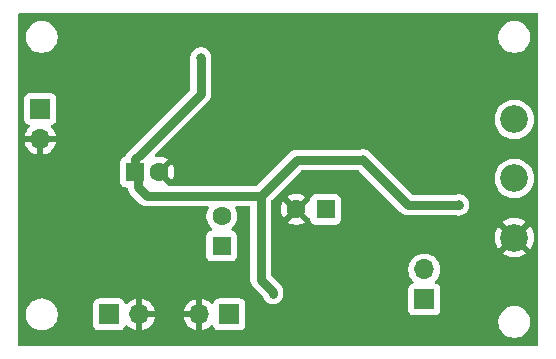
<source format=gbl>
G04 #@! TF.GenerationSoftware,KiCad,Pcbnew,9.0.0-9.0.0-2~ubuntu24.04.1*
G04 #@! TF.CreationDate,2025-03-29T11:09:28-07:00*
G04 #@! TF.ProjectId,aud_chain2,6175645f-6368-4616-996e-322e6b696361,rev?*
G04 #@! TF.SameCoordinates,Original*
G04 #@! TF.FileFunction,Copper,L2,Bot*
G04 #@! TF.FilePolarity,Positive*
%FSLAX46Y46*%
G04 Gerber Fmt 4.6, Leading zero omitted, Abs format (unit mm)*
G04 Created by KiCad (PCBNEW 9.0.0-9.0.0-2~ubuntu24.04.1) date 2025-03-29 11:09:28*
%MOMM*%
%LPD*%
G01*
G04 APERTURE LIST*
G04 #@! TA.AperFunction,ComponentPad*
%ADD10R,1.600000X1.600000*%
G04 #@! TD*
G04 #@! TA.AperFunction,ComponentPad*
%ADD11C,1.600000*%
G04 #@! TD*
G04 #@! TA.AperFunction,ComponentPad*
%ADD12C,2.340000*%
G04 #@! TD*
G04 #@! TA.AperFunction,ComponentPad*
%ADD13R,1.700000X1.700000*%
G04 #@! TD*
G04 #@! TA.AperFunction,ComponentPad*
%ADD14O,1.700000X1.700000*%
G04 #@! TD*
G04 #@! TA.AperFunction,ViaPad*
%ADD15C,0.800000*%
G04 #@! TD*
G04 #@! TA.AperFunction,Conductor*
%ADD16C,0.750000*%
G04 #@! TD*
G04 APERTURE END LIST*
D10*
X77382380Y-144145000D03*
D11*
X74882380Y-144145000D03*
D12*
X93345000Y-146525000D03*
X93345000Y-141525000D03*
X93345000Y-136525000D03*
D13*
X85725000Y-151770000D03*
D14*
X85725000Y-149230000D03*
D13*
X53213000Y-135631000D03*
D14*
X53213000Y-138171000D03*
D10*
X68580000Y-147232380D03*
D11*
X68580000Y-144732380D03*
D10*
X61274888Y-140970000D03*
D11*
X63274888Y-140970000D03*
D13*
X59050000Y-153035000D03*
D14*
X61590000Y-153035000D03*
D13*
X69220000Y-153035000D03*
D14*
X66680000Y-153035000D03*
D15*
X82296000Y-134620000D03*
X72898000Y-129032000D03*
X73914000Y-132080000D03*
X88646000Y-131826000D03*
X64008000Y-150114000D03*
X85090000Y-132080000D03*
X52832000Y-144780000D03*
X57912000Y-148590000D03*
X85090000Y-130810000D03*
X59436000Y-146812000D03*
X59182000Y-128270000D03*
X82296000Y-132588000D03*
X70358000Y-140716000D03*
X73152000Y-153670000D03*
X71882000Y-139446000D03*
X60452000Y-148590000D03*
X65024000Y-148590000D03*
X81788000Y-144272000D03*
X68580000Y-139446000D03*
X74930000Y-154686000D03*
X80518000Y-143256000D03*
X71755000Y-128905000D03*
X58928000Y-130810000D03*
X85090000Y-129540000D03*
X73660000Y-129540000D03*
X76962000Y-153670000D03*
X59182000Y-150368000D03*
X52832000Y-147447000D03*
X88646000Y-143764000D03*
X66802000Y-131318000D03*
X80518000Y-139954000D03*
X72898000Y-151130000D03*
D16*
X74930000Y-139954000D02*
X80518000Y-139954000D01*
X71882000Y-150114000D02*
X72898000Y-151130000D01*
X62230000Y-143002000D02*
X71882000Y-143002000D01*
X71882000Y-143002000D02*
X74930000Y-139954000D01*
X61468000Y-142240000D02*
X62230000Y-143002000D01*
X61274888Y-140970000D02*
X61274888Y-139893112D01*
X71882000Y-143002000D02*
X71882000Y-150114000D01*
X61274888Y-139893112D02*
X61722000Y-139446000D01*
X72898000Y-151130000D02*
X72898000Y-151279170D01*
X84328000Y-143764000D02*
X88646000Y-143764000D01*
X80518000Y-139954000D02*
X84328000Y-143764000D01*
X61274888Y-140970000D02*
X61468000Y-141163112D01*
X66802000Y-134366000D02*
X66802000Y-131318000D01*
X61468000Y-141163112D02*
X61468000Y-142240000D01*
X61722000Y-139446000D02*
X66802000Y-134366000D01*
G04 #@! TA.AperFunction,Conductor*
G36*
X95327539Y-127520185D02*
G01*
X95373294Y-127572989D01*
X95384500Y-127624500D01*
X95384500Y-155585500D01*
X95364815Y-155652539D01*
X95312011Y-155698294D01*
X95260500Y-155709500D01*
X51424500Y-155709500D01*
X51357461Y-155689815D01*
X51311706Y-155637011D01*
X51300500Y-155585500D01*
X51300500Y-152928713D01*
X51989500Y-152928713D01*
X51989500Y-153141286D01*
X52022753Y-153351239D01*
X52088444Y-153553414D01*
X52184951Y-153742820D01*
X52309890Y-153914786D01*
X52460213Y-154065109D01*
X52632179Y-154190048D01*
X52632181Y-154190049D01*
X52632184Y-154190051D01*
X52821588Y-154286557D01*
X53023757Y-154352246D01*
X53233713Y-154385500D01*
X53233714Y-154385500D01*
X53446286Y-154385500D01*
X53446287Y-154385500D01*
X53656243Y-154352246D01*
X53858412Y-154286557D01*
X54047816Y-154190051D01*
X54134138Y-154127335D01*
X54219786Y-154065109D01*
X54219788Y-154065106D01*
X54219792Y-154065104D01*
X54370104Y-153914792D01*
X54370106Y-153914788D01*
X54370109Y-153914786D01*
X54495048Y-153742820D01*
X54495047Y-153742820D01*
X54495051Y-153742816D01*
X54591557Y-153553412D01*
X54657246Y-153351243D01*
X54690500Y-153141287D01*
X54690500Y-152928713D01*
X54657246Y-152718757D01*
X54591557Y-152516588D01*
X54495051Y-152327184D01*
X54370104Y-152155208D01*
X54352031Y-152137135D01*
X57699500Y-152137135D01*
X57699500Y-153932870D01*
X57699501Y-153932876D01*
X57705908Y-153992483D01*
X57756202Y-154127328D01*
X57756206Y-154127335D01*
X57842452Y-154242544D01*
X57842455Y-154242547D01*
X57957664Y-154328793D01*
X57957671Y-154328797D01*
X58092517Y-154379091D01*
X58092516Y-154379091D01*
X58099444Y-154379835D01*
X58152127Y-154385500D01*
X59947872Y-154385499D01*
X60007483Y-154379091D01*
X60142331Y-154328796D01*
X60257546Y-154242546D01*
X60343796Y-154127331D01*
X60393002Y-153995401D01*
X60434872Y-153939468D01*
X60500337Y-153915050D01*
X60568610Y-153929901D01*
X60596865Y-153951053D01*
X60710535Y-154064723D01*
X60710540Y-154064727D01*
X60882442Y-154189620D01*
X61071782Y-154286095D01*
X61273871Y-154351757D01*
X61340000Y-154362231D01*
X61340000Y-153468012D01*
X61397007Y-153500925D01*
X61524174Y-153535000D01*
X61655826Y-153535000D01*
X61782993Y-153500925D01*
X61840000Y-153468012D01*
X61840000Y-154362230D01*
X61906126Y-154351757D01*
X61906129Y-154351757D01*
X62108217Y-154286095D01*
X62297557Y-154189620D01*
X62469459Y-154064727D01*
X62469464Y-154064723D01*
X62619723Y-153914464D01*
X62619727Y-153914459D01*
X62744620Y-153742557D01*
X62841095Y-153553217D01*
X62906757Y-153351129D01*
X62906757Y-153351126D01*
X62917231Y-153285000D01*
X62023012Y-153285000D01*
X62055925Y-153227993D01*
X62090000Y-153100826D01*
X62090000Y-152969174D01*
X62055925Y-152842007D01*
X62023012Y-152785000D01*
X62917231Y-152785000D01*
X65352769Y-152785000D01*
X66246988Y-152785000D01*
X66214075Y-152842007D01*
X66180000Y-152969174D01*
X66180000Y-153100826D01*
X66214075Y-153227993D01*
X66246988Y-153285000D01*
X65352769Y-153285000D01*
X65363242Y-153351126D01*
X65363242Y-153351129D01*
X65428904Y-153553217D01*
X65525379Y-153742557D01*
X65650272Y-153914459D01*
X65650276Y-153914464D01*
X65800535Y-154064723D01*
X65800540Y-154064727D01*
X65972442Y-154189620D01*
X66161782Y-154286095D01*
X66363871Y-154351757D01*
X66430000Y-154362231D01*
X66430000Y-153468012D01*
X66487007Y-153500925D01*
X66614174Y-153535000D01*
X66745826Y-153535000D01*
X66872993Y-153500925D01*
X66930000Y-153468012D01*
X66930000Y-154362230D01*
X66996126Y-154351757D01*
X66996129Y-154351757D01*
X67198217Y-154286095D01*
X67387557Y-154189620D01*
X67559458Y-154064728D01*
X67673133Y-153951053D01*
X67734456Y-153917568D01*
X67804148Y-153922552D01*
X67860082Y-153964423D01*
X67876997Y-153995401D01*
X67926202Y-154127328D01*
X67926206Y-154127335D01*
X68012452Y-154242544D01*
X68012455Y-154242547D01*
X68127664Y-154328793D01*
X68127671Y-154328797D01*
X68262517Y-154379091D01*
X68262516Y-154379091D01*
X68269444Y-154379835D01*
X68322127Y-154385500D01*
X70117872Y-154385499D01*
X70177483Y-154379091D01*
X70312331Y-154328796D01*
X70427546Y-154242546D01*
X70513796Y-154127331D01*
X70564091Y-153992483D01*
X70570500Y-153932873D01*
X70570500Y-153563713D01*
X91994500Y-153563713D01*
X91994500Y-153776286D01*
X92020345Y-153939468D01*
X92027754Y-153986243D01*
X92073596Y-154127331D01*
X92093444Y-154188414D01*
X92189951Y-154377820D01*
X92314890Y-154549786D01*
X92465213Y-154700109D01*
X92637179Y-154825048D01*
X92637181Y-154825049D01*
X92637184Y-154825051D01*
X92826588Y-154921557D01*
X93028757Y-154987246D01*
X93238713Y-155020500D01*
X93238714Y-155020500D01*
X93451286Y-155020500D01*
X93451287Y-155020500D01*
X93661243Y-154987246D01*
X93863412Y-154921557D01*
X94052816Y-154825051D01*
X94074789Y-154809086D01*
X94224786Y-154700109D01*
X94224788Y-154700106D01*
X94224792Y-154700104D01*
X94375104Y-154549792D01*
X94375106Y-154549788D01*
X94375109Y-154549786D01*
X94500048Y-154377820D01*
X94500047Y-154377820D01*
X94500051Y-154377816D01*
X94596557Y-154188412D01*
X94662246Y-153986243D01*
X94695500Y-153776287D01*
X94695500Y-153563713D01*
X94662246Y-153353757D01*
X94596557Y-153151588D01*
X94500051Y-152962184D01*
X94500049Y-152962181D01*
X94500048Y-152962179D01*
X94375109Y-152790213D01*
X94224786Y-152639890D01*
X94052820Y-152514951D01*
X93863414Y-152418444D01*
X93863413Y-152418443D01*
X93863412Y-152418443D01*
X93661243Y-152352754D01*
X93661241Y-152352753D01*
X93661240Y-152352753D01*
X93499770Y-152327179D01*
X93451287Y-152319500D01*
X93238713Y-152319500D01*
X93190230Y-152327179D01*
X93028760Y-152352753D01*
X92826585Y-152418444D01*
X92637179Y-152514951D01*
X92465213Y-152639890D01*
X92314890Y-152790213D01*
X92189951Y-152962179D01*
X92093444Y-153151585D01*
X92027753Y-153353760D01*
X91994500Y-153563713D01*
X70570500Y-153563713D01*
X70570499Y-152977547D01*
X70570499Y-152137129D01*
X70570498Y-152137123D01*
X70570497Y-152137116D01*
X70564091Y-152077517D01*
X70563002Y-152074598D01*
X70513797Y-151942671D01*
X70513793Y-151942664D01*
X70427547Y-151827455D01*
X70427544Y-151827452D01*
X70312335Y-151741206D01*
X70312328Y-151741202D01*
X70177482Y-151690908D01*
X70177483Y-151690908D01*
X70117883Y-151684501D01*
X70117881Y-151684500D01*
X70117873Y-151684500D01*
X70117864Y-151684500D01*
X68322129Y-151684500D01*
X68322123Y-151684501D01*
X68262516Y-151690908D01*
X68127671Y-151741202D01*
X68127664Y-151741206D01*
X68012455Y-151827452D01*
X68012452Y-151827455D01*
X67926206Y-151942664D01*
X67926202Y-151942671D01*
X67876997Y-152074598D01*
X67835126Y-152130532D01*
X67769661Y-152154949D01*
X67701388Y-152140097D01*
X67673134Y-152118946D01*
X67559464Y-152005276D01*
X67559459Y-152005272D01*
X67387557Y-151880379D01*
X67198215Y-151783903D01*
X66996124Y-151718241D01*
X66930000Y-151707768D01*
X66930000Y-152601988D01*
X66872993Y-152569075D01*
X66745826Y-152535000D01*
X66614174Y-152535000D01*
X66487007Y-152569075D01*
X66430000Y-152601988D01*
X66430000Y-151707768D01*
X66429999Y-151707768D01*
X66363875Y-151718241D01*
X66161784Y-151783903D01*
X65972442Y-151880379D01*
X65800540Y-152005272D01*
X65800535Y-152005276D01*
X65650276Y-152155535D01*
X65650272Y-152155540D01*
X65525379Y-152327442D01*
X65428904Y-152516782D01*
X65363242Y-152718870D01*
X65363242Y-152718873D01*
X65352769Y-152785000D01*
X62917231Y-152785000D01*
X62906757Y-152718873D01*
X62906757Y-152718870D01*
X62841095Y-152516782D01*
X62744620Y-152327442D01*
X62619727Y-152155540D01*
X62619723Y-152155535D01*
X62469464Y-152005276D01*
X62469459Y-152005272D01*
X62297557Y-151880379D01*
X62108215Y-151783903D01*
X61906124Y-151718241D01*
X61840000Y-151707768D01*
X61840000Y-152601988D01*
X61782993Y-152569075D01*
X61655826Y-152535000D01*
X61524174Y-152535000D01*
X61397007Y-152569075D01*
X61340000Y-152601988D01*
X61340000Y-151707768D01*
X61339999Y-151707768D01*
X61273875Y-151718241D01*
X61071784Y-151783903D01*
X60882442Y-151880379D01*
X60710541Y-152005271D01*
X60596865Y-152118947D01*
X60535542Y-152152431D01*
X60465850Y-152147447D01*
X60409917Y-152105575D01*
X60393002Y-152074598D01*
X60385701Y-152055024D01*
X60343796Y-151942669D01*
X60343795Y-151942668D01*
X60343793Y-151942664D01*
X60257547Y-151827455D01*
X60257544Y-151827452D01*
X60142335Y-151741206D01*
X60142328Y-151741202D01*
X60007482Y-151690908D01*
X60007483Y-151690908D01*
X59947883Y-151684501D01*
X59947881Y-151684500D01*
X59947873Y-151684500D01*
X59947864Y-151684500D01*
X58152129Y-151684500D01*
X58152123Y-151684501D01*
X58092516Y-151690908D01*
X57957671Y-151741202D01*
X57957664Y-151741206D01*
X57842455Y-151827452D01*
X57842452Y-151827455D01*
X57756206Y-151942664D01*
X57756202Y-151942671D01*
X57705908Y-152077517D01*
X57701231Y-152121023D01*
X57699501Y-152137123D01*
X57699500Y-152137135D01*
X54352031Y-152137135D01*
X54219792Y-152004896D01*
X54219786Y-152004890D01*
X54047820Y-151879951D01*
X53858414Y-151783444D01*
X53858413Y-151783443D01*
X53858412Y-151783443D01*
X53656243Y-151717754D01*
X53656241Y-151717753D01*
X53656240Y-151717753D01*
X53494957Y-151692208D01*
X53446287Y-151684500D01*
X53233713Y-151684500D01*
X53185042Y-151692208D01*
X53023760Y-151717753D01*
X52821585Y-151783444D01*
X52632179Y-151879951D01*
X52460213Y-152004890D01*
X52309890Y-152155213D01*
X52184951Y-152327179D01*
X52088444Y-152516585D01*
X52022753Y-152718760D01*
X51989500Y-152928713D01*
X51300500Y-152928713D01*
X51300500Y-140122135D01*
X59974388Y-140122135D01*
X59974388Y-141817870D01*
X59974389Y-141817876D01*
X59980796Y-141877483D01*
X60031090Y-142012328D01*
X60031094Y-142012335D01*
X60117340Y-142127544D01*
X60117343Y-142127547D01*
X60232552Y-142213793D01*
X60232559Y-142213797D01*
X60277506Y-142230561D01*
X60367405Y-142264091D01*
X60427015Y-142270500D01*
X60479650Y-142270499D01*
X60546688Y-142290182D01*
X60592443Y-142342986D01*
X60601267Y-142370308D01*
X60626143Y-142495366D01*
X60626146Y-142495378D01*
X60692138Y-142654698D01*
X60692145Y-142654711D01*
X60787954Y-142798098D01*
X60787957Y-142798102D01*
X61671897Y-143682042D01*
X61671901Y-143682045D01*
X61815288Y-143777854D01*
X61815301Y-143777861D01*
X61966724Y-143840582D01*
X61974626Y-143843855D01*
X62143766Y-143877499D01*
X62143769Y-143877500D01*
X62143771Y-143877500D01*
X62316229Y-143877500D01*
X67353649Y-143877500D01*
X67420688Y-143897185D01*
X67466443Y-143949989D01*
X67476387Y-144019147D01*
X67464134Y-144057795D01*
X67374781Y-144233156D01*
X67311522Y-144427845D01*
X67279500Y-144630028D01*
X67279500Y-144834731D01*
X67311522Y-145036914D01*
X67374781Y-145231603D01*
X67434984Y-145349755D01*
X67467203Y-145412990D01*
X67467715Y-145413993D01*
X67588028Y-145579593D01*
X67736226Y-145727791D01*
X67734778Y-145729238D01*
X67768259Y-145780563D01*
X67768734Y-145850431D01*
X67731361Y-145909465D01*
X67678043Y-145936982D01*
X67672522Y-145938286D01*
X67537671Y-145988582D01*
X67537664Y-145988586D01*
X67422455Y-146074832D01*
X67422452Y-146074835D01*
X67336206Y-146190044D01*
X67336202Y-146190051D01*
X67285908Y-146324897D01*
X67279501Y-146384496D01*
X67279501Y-146384503D01*
X67279500Y-146384515D01*
X67279500Y-148080250D01*
X67279501Y-148080256D01*
X67285908Y-148139863D01*
X67336202Y-148274708D01*
X67336206Y-148274715D01*
X67422452Y-148389924D01*
X67422455Y-148389927D01*
X67537664Y-148476173D01*
X67537671Y-148476177D01*
X67672517Y-148526471D01*
X67672516Y-148526471D01*
X67679444Y-148527215D01*
X67732127Y-148532880D01*
X69427872Y-148532879D01*
X69487483Y-148526471D01*
X69622331Y-148476176D01*
X69737546Y-148389926D01*
X69823796Y-148274711D01*
X69874091Y-148139863D01*
X69880500Y-148080253D01*
X69880499Y-146384508D01*
X69874091Y-146324897D01*
X69823796Y-146190049D01*
X69823795Y-146190048D01*
X69823793Y-146190044D01*
X69737547Y-146074835D01*
X69737544Y-146074832D01*
X69622335Y-145988586D01*
X69622328Y-145988582D01*
X69487479Y-145938287D01*
X69481959Y-145936983D01*
X69421244Y-145902409D01*
X69388859Y-145840498D01*
X69395086Y-145770907D01*
X69424984Y-145729001D01*
X69423774Y-145727791D01*
X69427219Y-145724346D01*
X69571966Y-145579599D01*
X69571968Y-145579595D01*
X69571971Y-145579593D01*
X69624732Y-145506970D01*
X69692287Y-145413990D01*
X69785220Y-145231599D01*
X69848477Y-145036914D01*
X69880500Y-144834732D01*
X69880500Y-144630028D01*
X69859676Y-144498553D01*
X69848477Y-144427845D01*
X69806740Y-144299394D01*
X69785220Y-144233161D01*
X69785218Y-144233158D01*
X69785218Y-144233156D01*
X69695866Y-144057795D01*
X69682970Y-143989126D01*
X69709246Y-143924386D01*
X69766352Y-143884128D01*
X69806351Y-143877500D01*
X70882500Y-143877500D01*
X70949539Y-143897185D01*
X70995294Y-143949989D01*
X71006500Y-144001500D01*
X71006500Y-150200233D01*
X71040143Y-150369366D01*
X71040146Y-150369378D01*
X71106138Y-150528698D01*
X71106145Y-150528711D01*
X71201954Y-150672098D01*
X71201957Y-150672102D01*
X72032866Y-151503010D01*
X72059746Y-151543238D01*
X72122140Y-151693872D01*
X72122145Y-151693881D01*
X72217954Y-151837268D01*
X72217957Y-151837272D01*
X72339897Y-151959212D01*
X72339901Y-151959215D01*
X72483288Y-152055024D01*
X72483301Y-152055031D01*
X72605326Y-152105575D01*
X72642626Y-152121025D01*
X72800515Y-152152431D01*
X72811766Y-152154669D01*
X72811769Y-152154670D01*
X72811771Y-152154670D01*
X72984231Y-152154670D01*
X72984232Y-152154669D01*
X73153374Y-152121025D01*
X73312705Y-152055028D01*
X73456099Y-151959215D01*
X73578045Y-151837269D01*
X73673858Y-151693875D01*
X73739855Y-151534544D01*
X73773500Y-151365399D01*
X73773500Y-151356584D01*
X73775883Y-151332392D01*
X73798500Y-151218693D01*
X73798500Y-151041306D01*
X73798499Y-151041304D01*
X73763896Y-150867341D01*
X73763893Y-150867332D01*
X73696016Y-150703459D01*
X73696009Y-150703446D01*
X73597464Y-150555965D01*
X73597461Y-150555961D01*
X73472038Y-150430538D01*
X73472034Y-150430535D01*
X73375638Y-150366125D01*
X73356848Y-150350704D01*
X72793819Y-149787675D01*
X72760334Y-149726352D01*
X72757500Y-149699994D01*
X72757500Y-149123713D01*
X84374500Y-149123713D01*
X84374500Y-149336287D01*
X84407754Y-149546243D01*
X84466275Y-149726352D01*
X84473444Y-149748414D01*
X84569951Y-149937820D01*
X84694890Y-150109786D01*
X84808430Y-150223326D01*
X84841915Y-150284649D01*
X84836931Y-150354341D01*
X84795059Y-150410274D01*
X84764083Y-150427189D01*
X84632669Y-150476203D01*
X84632664Y-150476206D01*
X84517455Y-150562452D01*
X84517452Y-150562455D01*
X84431206Y-150677664D01*
X84431202Y-150677671D01*
X84380908Y-150812517D01*
X84374501Y-150872116D01*
X84374501Y-150872123D01*
X84374500Y-150872135D01*
X84374500Y-152667870D01*
X84374501Y-152667876D01*
X84380908Y-152727483D01*
X84431202Y-152862328D01*
X84431206Y-152862335D01*
X84517452Y-152977544D01*
X84517455Y-152977547D01*
X84632664Y-153063793D01*
X84632671Y-153063797D01*
X84767517Y-153114091D01*
X84767516Y-153114091D01*
X84774444Y-153114835D01*
X84827127Y-153120500D01*
X86622872Y-153120499D01*
X86682483Y-153114091D01*
X86817331Y-153063796D01*
X86932546Y-152977546D01*
X87018796Y-152862331D01*
X87069091Y-152727483D01*
X87075500Y-152667873D01*
X87075499Y-150872128D01*
X87069091Y-150812517D01*
X87018796Y-150677669D01*
X87018795Y-150677668D01*
X87018793Y-150677664D01*
X86932547Y-150562455D01*
X86932544Y-150562452D01*
X86817335Y-150476206D01*
X86817328Y-150476202D01*
X86685917Y-150427189D01*
X86629983Y-150385318D01*
X86605566Y-150319853D01*
X86620418Y-150251580D01*
X86641563Y-150223332D01*
X86755104Y-150109792D01*
X86880051Y-149937816D01*
X86976557Y-149748412D01*
X87042246Y-149546243D01*
X87075500Y-149336287D01*
X87075500Y-149123713D01*
X87042246Y-148913757D01*
X86976557Y-148711588D01*
X86880051Y-148522184D01*
X86880049Y-148522181D01*
X86880048Y-148522179D01*
X86755109Y-148350213D01*
X86604786Y-148199890D01*
X86432820Y-148074951D01*
X86243414Y-147978444D01*
X86243413Y-147978443D01*
X86243412Y-147978443D01*
X86041243Y-147912754D01*
X86041241Y-147912753D01*
X86041240Y-147912753D01*
X85879957Y-147887208D01*
X85831287Y-147879500D01*
X85618713Y-147879500D01*
X85570042Y-147887208D01*
X85408760Y-147912753D01*
X85206585Y-147978444D01*
X85017179Y-148074951D01*
X84845213Y-148199890D01*
X84694890Y-148350213D01*
X84569951Y-148522179D01*
X84473444Y-148711585D01*
X84407753Y-148913760D01*
X84374500Y-149123713D01*
X72757500Y-149123713D01*
X72757500Y-146415548D01*
X91675000Y-146415548D01*
X91675000Y-146634451D01*
X91675001Y-146634467D01*
X91703573Y-146851496D01*
X91760234Y-147062956D01*
X91844004Y-147265198D01*
X91844012Y-147265214D01*
X91953460Y-147454782D01*
X91953466Y-147454790D01*
X92000438Y-147516007D01*
X92743958Y-146772487D01*
X92768978Y-146832890D01*
X92840112Y-146939351D01*
X92930649Y-147029888D01*
X93037110Y-147101022D01*
X93097511Y-147126041D01*
X92353991Y-147869560D01*
X92353991Y-147869561D01*
X92415200Y-147916527D01*
X92415208Y-147916532D01*
X92604792Y-148025990D01*
X92604801Y-148025995D01*
X92807043Y-148109765D01*
X93018503Y-148166426D01*
X93235532Y-148194998D01*
X93235549Y-148195000D01*
X93454451Y-148195000D01*
X93454467Y-148194998D01*
X93671496Y-148166426D01*
X93882956Y-148109765D01*
X94085198Y-148025995D01*
X94085214Y-148025987D01*
X94274785Y-147916537D01*
X94274793Y-147916531D01*
X94336007Y-147869560D01*
X93592488Y-147126041D01*
X93652890Y-147101022D01*
X93759351Y-147029888D01*
X93849888Y-146939351D01*
X93921022Y-146832890D01*
X93946041Y-146772488D01*
X94689560Y-147516007D01*
X94736531Y-147454793D01*
X94736537Y-147454785D01*
X94845987Y-147265214D01*
X94845995Y-147265198D01*
X94929765Y-147062956D01*
X94986426Y-146851496D01*
X95014998Y-146634467D01*
X95015000Y-146634451D01*
X95015000Y-146415548D01*
X95014998Y-146415532D01*
X94986426Y-146198503D01*
X94929765Y-145987043D01*
X94845995Y-145784801D01*
X94845990Y-145784792D01*
X94736532Y-145595208D01*
X94736527Y-145595200D01*
X94689560Y-145533991D01*
X93946041Y-146277510D01*
X93921022Y-146217110D01*
X93849888Y-146110649D01*
X93759351Y-146020112D01*
X93652890Y-145948978D01*
X93592487Y-145923957D01*
X94336007Y-145180438D01*
X94336007Y-145180437D01*
X94274790Y-145133466D01*
X94274782Y-145133460D01*
X94085214Y-145024012D01*
X94085198Y-145024004D01*
X93882956Y-144940234D01*
X93671496Y-144883573D01*
X93454467Y-144855001D01*
X93454451Y-144855000D01*
X93235549Y-144855000D01*
X93235532Y-144855001D01*
X93018503Y-144883573D01*
X92807043Y-144940234D01*
X92604801Y-145024004D01*
X92604785Y-145024012D01*
X92415215Y-145133461D01*
X92415200Y-145133471D01*
X92353990Y-145180438D01*
X93097511Y-145923958D01*
X93037110Y-145948978D01*
X92930649Y-146020112D01*
X92840112Y-146110649D01*
X92768978Y-146217110D01*
X92743958Y-146277511D01*
X92000438Y-145533990D01*
X91953471Y-145595200D01*
X91953461Y-145595215D01*
X91844012Y-145784785D01*
X91844004Y-145784801D01*
X91760234Y-145987043D01*
X91703573Y-146198503D01*
X91675001Y-146415532D01*
X91675000Y-146415548D01*
X72757500Y-146415548D01*
X72757500Y-144042682D01*
X73582380Y-144042682D01*
X73582380Y-144247317D01*
X73614389Y-144449417D01*
X73677624Y-144644031D01*
X73770521Y-144826350D01*
X73770527Y-144826359D01*
X73802903Y-144870921D01*
X73802904Y-144870922D01*
X74482380Y-144191446D01*
X74482380Y-144197661D01*
X74509639Y-144299394D01*
X74562300Y-144390606D01*
X74636774Y-144465080D01*
X74727986Y-144517741D01*
X74829719Y-144545000D01*
X74835933Y-144545000D01*
X74156456Y-145224474D01*
X74201030Y-145256859D01*
X74383348Y-145349755D01*
X74577962Y-145412990D01*
X74780063Y-145445000D01*
X74984697Y-145445000D01*
X75186797Y-145412990D01*
X75381411Y-145349755D01*
X75563729Y-145256859D01*
X75608301Y-145224474D01*
X74928827Y-144545000D01*
X74935041Y-144545000D01*
X75036774Y-144517741D01*
X75127986Y-144465080D01*
X75202460Y-144390606D01*
X75255121Y-144299394D01*
X75282380Y-144197661D01*
X75282380Y-144191447D01*
X75966863Y-144875931D01*
X76016527Y-144886364D01*
X76066285Y-144935415D01*
X76080380Y-144989634D01*
X76081479Y-144989576D01*
X76081526Y-144989571D01*
X76081526Y-144989573D01*
X76081704Y-144989564D01*
X76081881Y-144992876D01*
X76088288Y-145052483D01*
X76138582Y-145187328D01*
X76138586Y-145187335D01*
X76224832Y-145302544D01*
X76224835Y-145302547D01*
X76340044Y-145388793D01*
X76340051Y-145388797D01*
X76474897Y-145439091D01*
X76474896Y-145439091D01*
X76481824Y-145439835D01*
X76534507Y-145445500D01*
X78230252Y-145445499D01*
X78289863Y-145439091D01*
X78424711Y-145388796D01*
X78539926Y-145302546D01*
X78626176Y-145187331D01*
X78676471Y-145052483D01*
X78682880Y-144992873D01*
X78682879Y-143297128D01*
X78676471Y-143237517D01*
X78660799Y-143195499D01*
X78626177Y-143102671D01*
X78626173Y-143102664D01*
X78539927Y-142987455D01*
X78539924Y-142987452D01*
X78424715Y-142901206D01*
X78424708Y-142901202D01*
X78289862Y-142850908D01*
X78289863Y-142850908D01*
X78230263Y-142844501D01*
X78230261Y-142844500D01*
X78230253Y-142844500D01*
X78230244Y-142844500D01*
X76534509Y-142844500D01*
X76534503Y-142844501D01*
X76474896Y-142850908D01*
X76340051Y-142901202D01*
X76340044Y-142901206D01*
X76224835Y-142987452D01*
X76224832Y-142987455D01*
X76138586Y-143102664D01*
X76138582Y-143102671D01*
X76088288Y-143237517D01*
X76081881Y-143297116D01*
X76081881Y-143297123D01*
X76081702Y-143300452D01*
X76080121Y-143300367D01*
X76062195Y-143361419D01*
X76009391Y-143407174D01*
X75966106Y-143414824D01*
X75282380Y-144098551D01*
X75282380Y-144092339D01*
X75255121Y-143990606D01*
X75202460Y-143899394D01*
X75127986Y-143824920D01*
X75036774Y-143772259D01*
X74935041Y-143745000D01*
X74928826Y-143745000D01*
X75608302Y-143065524D01*
X75608301Y-143065523D01*
X75563739Y-143033147D01*
X75563730Y-143033141D01*
X75381411Y-142940244D01*
X75186797Y-142877009D01*
X74984697Y-142845000D01*
X74780063Y-142845000D01*
X74577962Y-142877009D01*
X74383348Y-142940244D01*
X74201024Y-143033143D01*
X74156457Y-143065523D01*
X74156457Y-143065524D01*
X74835934Y-143745000D01*
X74829719Y-143745000D01*
X74727986Y-143772259D01*
X74636774Y-143824920D01*
X74562300Y-143899394D01*
X74509639Y-143990606D01*
X74482380Y-144092339D01*
X74482380Y-144098553D01*
X73802904Y-143419077D01*
X73802903Y-143419077D01*
X73770523Y-143463644D01*
X73677624Y-143645968D01*
X73614389Y-143840582D01*
X73582380Y-144042682D01*
X72757500Y-144042682D01*
X72757500Y-143416006D01*
X72777185Y-143348967D01*
X72793819Y-143328325D01*
X75256325Y-140865819D01*
X75317648Y-140832334D01*
X75344006Y-140829500D01*
X80103994Y-140829500D01*
X80171033Y-140849185D01*
X80191675Y-140865819D01*
X83647955Y-144322099D01*
X83716462Y-144390606D01*
X83769902Y-144444046D01*
X83913288Y-144539854D01*
X83913301Y-144539861D01*
X84072621Y-144605853D01*
X84072626Y-144605855D01*
X84241766Y-144639499D01*
X84241769Y-144639500D01*
X84241771Y-144639500D01*
X84414229Y-144639500D01*
X88419415Y-144639500D01*
X88443605Y-144641882D01*
X88454405Y-144644031D01*
X88557306Y-144664500D01*
X88557309Y-144664500D01*
X88734693Y-144664500D01*
X88734694Y-144664499D01*
X88792682Y-144652964D01*
X88908658Y-144629896D01*
X88908661Y-144629894D01*
X88908666Y-144629894D01*
X89072547Y-144562013D01*
X89220035Y-144463464D01*
X89345464Y-144338035D01*
X89444013Y-144190547D01*
X89511894Y-144026666D01*
X89546500Y-143852691D01*
X89546500Y-143675309D01*
X89546500Y-143675306D01*
X89546499Y-143675304D01*
X89511896Y-143501341D01*
X89511893Y-143501332D01*
X89444016Y-143337459D01*
X89444009Y-143337446D01*
X89345464Y-143189965D01*
X89345461Y-143189961D01*
X89220038Y-143064538D01*
X89220034Y-143064535D01*
X89072553Y-142965990D01*
X89072540Y-142965983D01*
X88908667Y-142898106D01*
X88908658Y-142898103D01*
X88734694Y-142863500D01*
X88734691Y-142863500D01*
X88557309Y-142863500D01*
X88557307Y-142863500D01*
X88489395Y-142877009D01*
X88443605Y-142886117D01*
X88419415Y-142888500D01*
X84742006Y-142888500D01*
X84674967Y-142868815D01*
X84654325Y-142852181D01*
X83217646Y-141415502D01*
X91674500Y-141415502D01*
X91674500Y-141634497D01*
X91698306Y-141815314D01*
X91703083Y-141851598D01*
X91759759Y-142063117D01*
X91843560Y-142265428D01*
X91843562Y-142265433D01*
X91843565Y-142265438D01*
X91953049Y-142455070D01*
X92086355Y-142628798D01*
X92086361Y-142628805D01*
X92241194Y-142783638D01*
X92241201Y-142783644D01*
X92414929Y-142916950D01*
X92604561Y-143026434D01*
X92604563Y-143026434D01*
X92604572Y-143026440D01*
X92806883Y-143110241D01*
X93018402Y-143166917D01*
X93235510Y-143195500D01*
X93235517Y-143195500D01*
X93454483Y-143195500D01*
X93454490Y-143195500D01*
X93671598Y-143166917D01*
X93883117Y-143110241D01*
X94085428Y-143026440D01*
X94275071Y-142916950D01*
X94448800Y-142783643D01*
X94603643Y-142628800D01*
X94736950Y-142455071D01*
X94846440Y-142265428D01*
X94930241Y-142063117D01*
X94986917Y-141851598D01*
X95015500Y-141634490D01*
X95015500Y-141415510D01*
X94986917Y-141198402D01*
X94930241Y-140986883D01*
X94846440Y-140784572D01*
X94811696Y-140724394D01*
X94736950Y-140594929D01*
X94603644Y-140421201D01*
X94603638Y-140421194D01*
X94448805Y-140266361D01*
X94448798Y-140266355D01*
X94275070Y-140133049D01*
X94085438Y-140023565D01*
X94085433Y-140023562D01*
X94085428Y-140023560D01*
X93883117Y-139939759D01*
X93883118Y-139939759D01*
X93883115Y-139939758D01*
X93752177Y-139904674D01*
X93671598Y-139883083D01*
X93635314Y-139878306D01*
X93454497Y-139854500D01*
X93454490Y-139854500D01*
X93235510Y-139854500D01*
X93235502Y-139854500D01*
X93028853Y-139881707D01*
X93018402Y-139883083D01*
X92990632Y-139890524D01*
X92806884Y-139939758D01*
X92688374Y-139988847D01*
X92604572Y-140023560D01*
X92604569Y-140023561D01*
X92604561Y-140023565D01*
X92414929Y-140133049D01*
X92241201Y-140266355D01*
X92241194Y-140266361D01*
X92086361Y-140421194D01*
X92086355Y-140421201D01*
X91953049Y-140594929D01*
X91843565Y-140784561D01*
X91843560Y-140784573D01*
X91759758Y-140986884D01*
X91750172Y-141022661D01*
X91709854Y-141173134D01*
X91703084Y-141198399D01*
X91703082Y-141198410D01*
X91674500Y-141415502D01*
X83217646Y-141415502D01*
X81297294Y-139495150D01*
X81281873Y-139476359D01*
X81217467Y-139379969D01*
X81217461Y-139379961D01*
X81092038Y-139254538D01*
X81092034Y-139254535D01*
X80944553Y-139155990D01*
X80944540Y-139155983D01*
X80780667Y-139088106D01*
X80780658Y-139088103D01*
X80606694Y-139053500D01*
X80606691Y-139053500D01*
X80429309Y-139053500D01*
X80429307Y-139053500D01*
X80350796Y-139069117D01*
X80315605Y-139076117D01*
X80291415Y-139078500D01*
X74843768Y-139078500D01*
X74674633Y-139112143D01*
X74674621Y-139112146D01*
X74515301Y-139178138D01*
X74515288Y-139178145D01*
X74371901Y-139273954D01*
X74371897Y-139273957D01*
X71555675Y-142090181D01*
X71494352Y-142123666D01*
X71467994Y-142126500D01*
X64128891Y-142126500D01*
X64061852Y-142106815D01*
X64044424Y-142086703D01*
X64041232Y-142089896D01*
X63321335Y-141370000D01*
X63327549Y-141370000D01*
X63429282Y-141342741D01*
X63520494Y-141290080D01*
X63594968Y-141215606D01*
X63647629Y-141124394D01*
X63674888Y-141022661D01*
X63674888Y-141016447D01*
X64354362Y-141695921D01*
X64386747Y-141651349D01*
X64479643Y-141469031D01*
X64542878Y-141274417D01*
X64574888Y-141072317D01*
X64574888Y-140867682D01*
X64542878Y-140665582D01*
X64479643Y-140470968D01*
X64386747Y-140288650D01*
X64354362Y-140244077D01*
X64354362Y-140244076D01*
X63674888Y-140923551D01*
X63674888Y-140917339D01*
X63647629Y-140815606D01*
X63594968Y-140724394D01*
X63520494Y-140649920D01*
X63429282Y-140597259D01*
X63327549Y-140570000D01*
X63321334Y-140570000D01*
X64000810Y-139890524D01*
X64000809Y-139890523D01*
X63956247Y-139858147D01*
X63956238Y-139858141D01*
X63773919Y-139765244D01*
X63579305Y-139702009D01*
X63377205Y-139670000D01*
X63172571Y-139670000D01*
X63030944Y-139692431D01*
X62961650Y-139683476D01*
X62908198Y-139638480D01*
X62887559Y-139571728D01*
X62906284Y-139504415D01*
X62923860Y-139482282D01*
X65990641Y-136415502D01*
X91674500Y-136415502D01*
X91674500Y-136634497D01*
X91698306Y-136815314D01*
X91703083Y-136851598D01*
X91759759Y-137063117D01*
X91843560Y-137265428D01*
X91843562Y-137265433D01*
X91843565Y-137265438D01*
X91953049Y-137455070D01*
X92086355Y-137628798D01*
X92086361Y-137628805D01*
X92241194Y-137783638D01*
X92241201Y-137783644D01*
X92414929Y-137916950D01*
X92604561Y-138026434D01*
X92604563Y-138026434D01*
X92604572Y-138026440D01*
X92806883Y-138110241D01*
X93018402Y-138166917D01*
X93235510Y-138195500D01*
X93235517Y-138195500D01*
X93454483Y-138195500D01*
X93454490Y-138195500D01*
X93671598Y-138166917D01*
X93883117Y-138110241D01*
X94085428Y-138026440D01*
X94275071Y-137916950D01*
X94448800Y-137783643D01*
X94603643Y-137628800D01*
X94736950Y-137455071D01*
X94846440Y-137265428D01*
X94930241Y-137063117D01*
X94986917Y-136851598D01*
X95015500Y-136634490D01*
X95015500Y-136415510D01*
X94986917Y-136198402D01*
X94930241Y-135986883D01*
X94846440Y-135784572D01*
X94736950Y-135594929D01*
X94603643Y-135421200D01*
X94603638Y-135421194D01*
X94448805Y-135266361D01*
X94448798Y-135266355D01*
X94275070Y-135133049D01*
X94085438Y-135023565D01*
X94085433Y-135023562D01*
X94085428Y-135023560D01*
X93883117Y-134939759D01*
X93883118Y-134939759D01*
X93883115Y-134939758D01*
X93777357Y-134911421D01*
X93671598Y-134883083D01*
X93635314Y-134878306D01*
X93454497Y-134854500D01*
X93454490Y-134854500D01*
X93235510Y-134854500D01*
X93235502Y-134854500D01*
X93028853Y-134881707D01*
X93018402Y-134883083D01*
X92973699Y-134895060D01*
X92806884Y-134939758D01*
X92688374Y-134988847D01*
X92604572Y-135023560D01*
X92604569Y-135023561D01*
X92604561Y-135023565D01*
X92414929Y-135133049D01*
X92241201Y-135266355D01*
X92241194Y-135266361D01*
X92086361Y-135421194D01*
X92086355Y-135421201D01*
X91953049Y-135594929D01*
X91843565Y-135784561D01*
X91843560Y-135784573D01*
X91759758Y-135986884D01*
X91703084Y-136198399D01*
X91703082Y-136198410D01*
X91674500Y-136415502D01*
X65990641Y-136415502D01*
X67482045Y-134924099D01*
X67577858Y-134780705D01*
X67643855Y-134621374D01*
X67677500Y-134452229D01*
X67677500Y-134279771D01*
X67677500Y-131544584D01*
X67679883Y-131520392D01*
X67702500Y-131406693D01*
X67702500Y-131229306D01*
X67702499Y-131229304D01*
X67667896Y-131055341D01*
X67667893Y-131055332D01*
X67600016Y-130891459D01*
X67600009Y-130891446D01*
X67501464Y-130743965D01*
X67501461Y-130743961D01*
X67376038Y-130618538D01*
X67376034Y-130618535D01*
X67228553Y-130519990D01*
X67228540Y-130519983D01*
X67064667Y-130452106D01*
X67064658Y-130452103D01*
X66890694Y-130417500D01*
X66890691Y-130417500D01*
X66713309Y-130417500D01*
X66713306Y-130417500D01*
X66539341Y-130452103D01*
X66539332Y-130452106D01*
X66375459Y-130519983D01*
X66375446Y-130519990D01*
X66227965Y-130618535D01*
X66227961Y-130618538D01*
X66102538Y-130743961D01*
X66102535Y-130743965D01*
X66003990Y-130891446D01*
X66003983Y-130891459D01*
X65936106Y-131055332D01*
X65936103Y-131055341D01*
X65901500Y-131229304D01*
X65901500Y-131229309D01*
X65901500Y-131406691D01*
X65901500Y-131406693D01*
X65901499Y-131406693D01*
X65924117Y-131520392D01*
X65926500Y-131544584D01*
X65926500Y-133951994D01*
X65906815Y-134019033D01*
X65890181Y-134039675D01*
X61163901Y-138765955D01*
X60716789Y-139213067D01*
X60675321Y-139254535D01*
X60594841Y-139335014D01*
X60499033Y-139478400D01*
X60499028Y-139478410D01*
X60446912Y-139604229D01*
X60403071Y-139658632D01*
X60374070Y-139671582D01*
X60374673Y-139673198D01*
X60232559Y-139726202D01*
X60232552Y-139726206D01*
X60117343Y-139812452D01*
X60117340Y-139812455D01*
X60031094Y-139927664D01*
X60031090Y-139927671D01*
X59980796Y-140062517D01*
X59974389Y-140122116D01*
X59974388Y-140122135D01*
X51300500Y-140122135D01*
X51300500Y-134733135D01*
X51862500Y-134733135D01*
X51862500Y-136528870D01*
X51862501Y-136528876D01*
X51868908Y-136588483D01*
X51919202Y-136723328D01*
X51919206Y-136723335D01*
X52005452Y-136838544D01*
X52005455Y-136838547D01*
X52120664Y-136924793D01*
X52120671Y-136924797D01*
X52120674Y-136924798D01*
X52252598Y-136974002D01*
X52308531Y-137015873D01*
X52332949Y-137081337D01*
X52318098Y-137149610D01*
X52296947Y-137177865D01*
X52183271Y-137291541D01*
X52058379Y-137463442D01*
X51961904Y-137652782D01*
X51896242Y-137854870D01*
X51896242Y-137854873D01*
X51885769Y-137921000D01*
X52779988Y-137921000D01*
X52747075Y-137978007D01*
X52713000Y-138105174D01*
X52713000Y-138236826D01*
X52747075Y-138363993D01*
X52779988Y-138421000D01*
X51885769Y-138421000D01*
X51896242Y-138487126D01*
X51896242Y-138487129D01*
X51961904Y-138689217D01*
X52058379Y-138878557D01*
X52183272Y-139050459D01*
X52183276Y-139050464D01*
X52333535Y-139200723D01*
X52333540Y-139200727D01*
X52505442Y-139325620D01*
X52694782Y-139422095D01*
X52896871Y-139487757D01*
X52963000Y-139498231D01*
X52963000Y-138604012D01*
X53020007Y-138636925D01*
X53147174Y-138671000D01*
X53278826Y-138671000D01*
X53405993Y-138636925D01*
X53463000Y-138604012D01*
X53463000Y-139498230D01*
X53529126Y-139487757D01*
X53529129Y-139487757D01*
X53731217Y-139422095D01*
X53920557Y-139325620D01*
X54092459Y-139200727D01*
X54092464Y-139200723D01*
X54242723Y-139050464D01*
X54242727Y-139050459D01*
X54367620Y-138878557D01*
X54464095Y-138689217D01*
X54529757Y-138487129D01*
X54529757Y-138487126D01*
X54540231Y-138421000D01*
X53646012Y-138421000D01*
X53678925Y-138363993D01*
X53713000Y-138236826D01*
X53713000Y-138105174D01*
X53678925Y-137978007D01*
X53646012Y-137921000D01*
X54540231Y-137921000D01*
X54529757Y-137854873D01*
X54529757Y-137854870D01*
X54464095Y-137652782D01*
X54367620Y-137463442D01*
X54242727Y-137291540D01*
X54242723Y-137291535D01*
X54129053Y-137177865D01*
X54095568Y-137116542D01*
X54100552Y-137046850D01*
X54142424Y-136990917D01*
X54173400Y-136974002D01*
X54305331Y-136924796D01*
X54420546Y-136838546D01*
X54506796Y-136723331D01*
X54557091Y-136588483D01*
X54563500Y-136528873D01*
X54563499Y-134733128D01*
X54557091Y-134673517D01*
X54537644Y-134621378D01*
X54506797Y-134538671D01*
X54506793Y-134538664D01*
X54420547Y-134423455D01*
X54420544Y-134423452D01*
X54305335Y-134337206D01*
X54305328Y-134337202D01*
X54170482Y-134286908D01*
X54170483Y-134286908D01*
X54110883Y-134280501D01*
X54110881Y-134280500D01*
X54110873Y-134280500D01*
X54110864Y-134280500D01*
X52315129Y-134280500D01*
X52315123Y-134280501D01*
X52255516Y-134286908D01*
X52120671Y-134337202D01*
X52120664Y-134337206D01*
X52005455Y-134423452D01*
X52005452Y-134423455D01*
X51919206Y-134538664D01*
X51919202Y-134538671D01*
X51868908Y-134673517D01*
X51862501Y-134733116D01*
X51862501Y-134733123D01*
X51862500Y-134733135D01*
X51300500Y-134733135D01*
X51300500Y-129433713D01*
X51989500Y-129433713D01*
X51989500Y-129646286D01*
X52022753Y-129856239D01*
X52088444Y-130058414D01*
X52184951Y-130247820D01*
X52309890Y-130419786D01*
X52460213Y-130570109D01*
X52632179Y-130695048D01*
X52632181Y-130695049D01*
X52632184Y-130695051D01*
X52821588Y-130791557D01*
X53023757Y-130857246D01*
X53233713Y-130890500D01*
X53233714Y-130890500D01*
X53446286Y-130890500D01*
X53446287Y-130890500D01*
X53656243Y-130857246D01*
X53858412Y-130791557D01*
X54047816Y-130695051D01*
X54153132Y-130618535D01*
X54219786Y-130570109D01*
X54219788Y-130570106D01*
X54219792Y-130570104D01*
X54370104Y-130419792D01*
X54370106Y-130419788D01*
X54370109Y-130419786D01*
X54495048Y-130247820D01*
X54495047Y-130247820D01*
X54495051Y-130247816D01*
X54591557Y-130058412D01*
X54657246Y-129856243D01*
X54690500Y-129646287D01*
X54690500Y-129433713D01*
X91994500Y-129433713D01*
X91994500Y-129646286D01*
X92027753Y-129856239D01*
X92093444Y-130058414D01*
X92189951Y-130247820D01*
X92314890Y-130419786D01*
X92465213Y-130570109D01*
X92637179Y-130695048D01*
X92637181Y-130695049D01*
X92637184Y-130695051D01*
X92826588Y-130791557D01*
X93028757Y-130857246D01*
X93238713Y-130890500D01*
X93238714Y-130890500D01*
X93451286Y-130890500D01*
X93451287Y-130890500D01*
X93661243Y-130857246D01*
X93863412Y-130791557D01*
X94052816Y-130695051D01*
X94158132Y-130618535D01*
X94224786Y-130570109D01*
X94224788Y-130570106D01*
X94224792Y-130570104D01*
X94375104Y-130419792D01*
X94375106Y-130419788D01*
X94375109Y-130419786D01*
X94500048Y-130247820D01*
X94500047Y-130247820D01*
X94500051Y-130247816D01*
X94596557Y-130058412D01*
X94662246Y-129856243D01*
X94695500Y-129646287D01*
X94695500Y-129433713D01*
X94662246Y-129223757D01*
X94596557Y-129021588D01*
X94500051Y-128832184D01*
X94500049Y-128832181D01*
X94500048Y-128832179D01*
X94375109Y-128660213D01*
X94224786Y-128509890D01*
X94052820Y-128384951D01*
X93863414Y-128288444D01*
X93863413Y-128288443D01*
X93863412Y-128288443D01*
X93661243Y-128222754D01*
X93661241Y-128222753D01*
X93661240Y-128222753D01*
X93499957Y-128197208D01*
X93451287Y-128189500D01*
X93238713Y-128189500D01*
X93190042Y-128197208D01*
X93028760Y-128222753D01*
X92826585Y-128288444D01*
X92637179Y-128384951D01*
X92465213Y-128509890D01*
X92314890Y-128660213D01*
X92189951Y-128832179D01*
X92093444Y-129021585D01*
X92027753Y-129223760D01*
X91994500Y-129433713D01*
X54690500Y-129433713D01*
X54657246Y-129223757D01*
X54591557Y-129021588D01*
X54495051Y-128832184D01*
X54495049Y-128832181D01*
X54495048Y-128832179D01*
X54370109Y-128660213D01*
X54219786Y-128509890D01*
X54047820Y-128384951D01*
X53858414Y-128288444D01*
X53858413Y-128288443D01*
X53858412Y-128288443D01*
X53656243Y-128222754D01*
X53656241Y-128222753D01*
X53656240Y-128222753D01*
X53494957Y-128197208D01*
X53446287Y-128189500D01*
X53233713Y-128189500D01*
X53185042Y-128197208D01*
X53023760Y-128222753D01*
X52821585Y-128288444D01*
X52632179Y-128384951D01*
X52460213Y-128509890D01*
X52309890Y-128660213D01*
X52184951Y-128832179D01*
X52088444Y-129021585D01*
X52022753Y-129223760D01*
X51989500Y-129433713D01*
X51300500Y-129433713D01*
X51300500Y-127624500D01*
X51320185Y-127557461D01*
X51372989Y-127511706D01*
X51424500Y-127500500D01*
X95260500Y-127500500D01*
X95327539Y-127520185D01*
G37*
G04 #@! TD.AperFunction*
M02*

</source>
